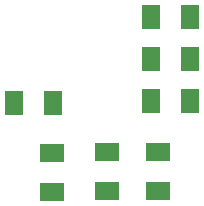
<source format=gbp>
G04 (created by PCBNEW (2013-may-18)-stable) date Mon Sep 19 14:24:48 2016*
%MOIN*%
G04 Gerber Fmt 3.4, Leading zero omitted, Abs format*
%FSLAX34Y34*%
G01*
G70*
G90*
G04 APERTURE LIST*
%ADD10C,0.00590551*%
%ADD11R,0.06X0.08*%
%ADD12R,0.08X0.06*%
G04 APERTURE END LIST*
G54D10*
G54D11*
X16535Y-21771D03*
X17835Y-21771D03*
X16535Y-23169D03*
X17835Y-23169D03*
G54D12*
X16771Y-26181D03*
X16771Y-24881D03*
X15059Y-26161D03*
X15059Y-24861D03*
G54D11*
X11968Y-23248D03*
X13268Y-23248D03*
G54D12*
X13228Y-24901D03*
X13228Y-26201D03*
G54D11*
X17835Y-20354D03*
X16535Y-20354D03*
M02*

</source>
